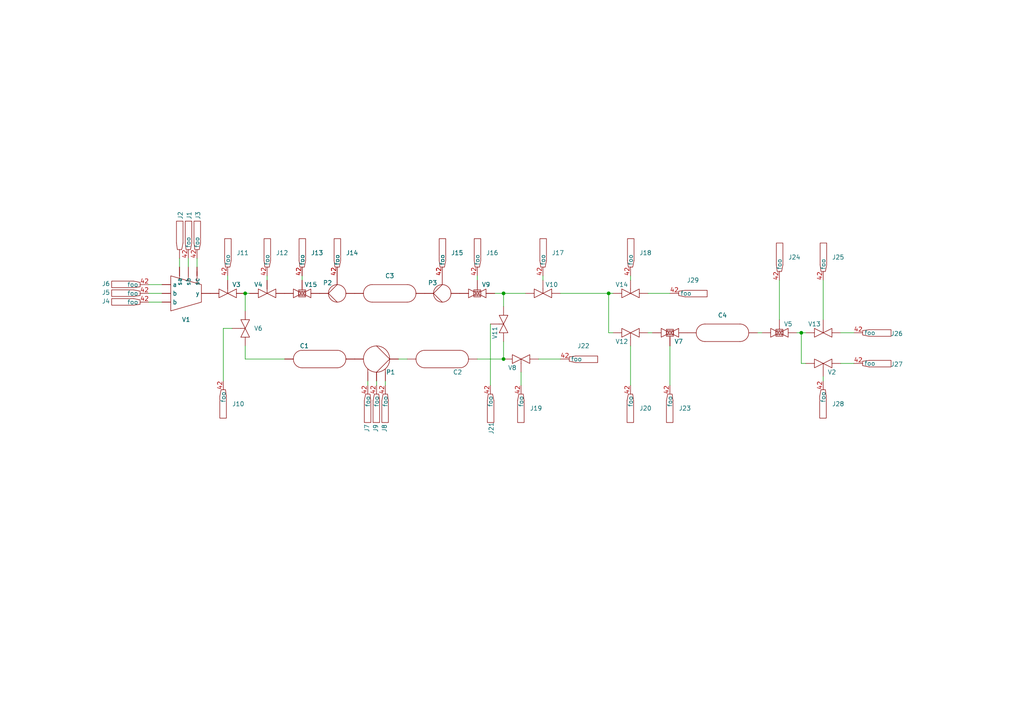
<source format=kicad_sch>
(kicad_sch (version 20231120) (generator "eeschema") (generator_version "8.0")
  (paper "A4")
  (lib_symbols
    (symbol "mfda:chamber"
      (property "Reference" "C" (at -4.445 3.81 0))
      (symbol "chamber_1_1"
        (arc (start -7.62 0) (mid -6.8756 -1.7956) (end -5.08 -2.54))
        (arc (start -5.08 2.54) (mid -6.8749 1.7949) (end -7.62 0))
        (polyline (pts (xy -5.08 -2.54) (xy 5.08 -2.54)))
        (polyline (pts (xy 5.08 2.54) (xy -5.08 2.54)))
        (arc (start 5.08 -2.54) (mid 6.8754 -1.7954) (end 7.62 0))
        (arc (start 7.62 0) (mid 6.8754 1.7954) (end 5.08 2.54))
        (pin input line (at -10.16 0 0) (length 2.54) (name "") (number ""))
        (pin output line (at 10.16 0 180) (length 2.54) (name "") (number ""))
      )
    )
    (symbol "mfda:mux_3"
      (property "Reference" "V" (at 3.81 5.08 0))
      (symbol "mux_3_0_1"
        (polyline (pts (xy -2.54 5.08) (xy -2.54 4.445)))
        (polyline (pts (xy 0 5.08) (xy 0 3.683)))
        (polyline (pts (xy 2.54 4.318) (xy 2.54 2.921)))
        (polyline (pts (xy 2.54 6.35) (xy 2.54 4.318)))
        (polyline (pts (xy -5.08 -5.08) (xy 3.81 -2.54) (xy 3.81 2.54) (xy -5.08 5.08) (xy -5.08 -5.08)))
      )
      (symbol "mux_3_1_1"
        (pin input line (at -7.62 2.54 0) (length 2.54) (name "a") (number ""))
        (pin input line (at -7.62 -2.54 0) (length 2.54) (name "b") (number ""))
        (pin input line (at -7.62 0 0) (length 2.54) (name "b") (number ""))
        (pin input line (at -2.54 7.62 270) (length 2.54) (name "sa") (number ""))
        (pin input line (at 0 7.62 270) (length 2.54) (name "sb") (number ""))
        (pin input line (at 2.54 7.62 270) (length 2.54) (name "sc") (number ""))
        (pin output line (at 6.35 0 180) (length 2.54) (name "y") (number ""))
      )
    )
    (symbol "mfda:pump_1"
      (property "Reference" "P" (at 2.794 3.048 0))
      (symbol "pump_1_0_1"
        (polyline (pts (xy -2.54 3.81) (xy -2.54 3.81)))
        (polyline (pts (xy -2.54 3.81) (xy -2.54 3.81)))
        (polyline (pts (xy 0 2.54) (xy 2.54 0)))
        (polyline (pts (xy 2.54 0) (xy 0 -2.54)))
        (circle (center 0 0) (radius 2.54))
      )
      (symbol "pump_1_1_1"
        (pin input line (at -5.08 0 0) (length 2.54) (name "") (number ""))
        (pin input line (at 0 5.08 270) (length 2.54) (name "") (number ""))
        (pin output line (at 5.08 0 180) (length 2.54) (name "") (number ""))
      )
    )
    (symbol "mfda:pump_3"
      (property "Reference" "P" (at 4.064 3.81 0))
      (symbol "pump_3_0_1"
        (polyline (pts (xy -2.54 3.81) (xy -2.54 2.921)))
        (polyline (pts (xy -2.54 3.81) (xy -2.54 3.81)))
        (polyline (pts (xy -2.54 3.81) (xy -2.54 3.81)))
        (polyline (pts (xy 0 3.81) (xy 3.81 0)))
        (polyline (pts (xy 2.54 3.81) (xy 2.54 2.921)))
        (polyline (pts (xy 2.54 3.81) (xy 2.54 3.81)))
        (polyline (pts (xy 3.81 0) (xy 0 -3.81)))
        (circle (center 0 0) (radius 3.81))
      )
      (symbol "pump_3_1_1"
        (pin input line (at -6.35 0 0) (length 2.54) (name "") (number ""))
        (pin input line (at -2.54 6.35 270) (length 2.54) (name "") (number ""))
        (pin input line (at 0 6.35 270) (length 2.54) (name "") (number ""))
        (pin input line (at 2.54 6.35 270) (length 2.54) (name "") (number ""))
        (pin output line (at 6.35 0 180) (length 2.54) (name "") (number ""))
      )
    )
    (symbol "mfda:tube_connector"
      (property "Reference" "J" (at -9.906 0.254 0))
      (symbol "tube_connector_0_1"
        (polyline (pts (xy -1.905 1.016) (xy -8.255 1.016) (xy -8.255 -0.889) (xy -1.905 -0.889)))
        (polyline (pts (xy -1.905 1.016) (xy 0 0.635) (xy 0 -0.635) (xy -1.905 -0.889)))
      )
      (symbol "tube_connector_1_1"
        (pin passive line (at 2.54 0 180) (length 2.54) (name "foo") (number "42"))
      )
    )
    (symbol "mfda:valve"
      (property "Reference" "V" (at -2.54 2.54 0))
      (symbol "valve_0_1"
        (polyline (pts (xy 0 1.27) (xy 0 0)))
        (polyline (pts (xy -2.54 1.27) (xy 2.54 -1.27) (xy 2.54 1.27) (xy -2.54 -1.27) (xy -2.54 1.27)))
      )
      (symbol "valve_1_1"
        (pin bidirectional line (at -5.08 0 0) (length 2.54) (name "") (number ""))
        (pin input line (at 0 3.81 270) (length 2.54) (name "") (number ""))
        (pin bidirectional line (at 5.08 0 180) (length 2.54) (name "") (number ""))
      )
    )
    (symbol "mfda:valve_sieve"
      (property "Reference" "V" (at -2.54 2.54 0))
      (symbol "valve_sieve_0_1"
        (rectangle (start -1.016 1.016) (end 1.016 -1.016))
        (circle (center -0.635 -0.508) (radius 0.1796))
        (circle (center -0.635 0.508) (radius 0.1796))
        (circle (center -0.381 0) (radius 0.1796))
        (circle (center 0 -0.508) (radius 0.1796))
        (polyline (pts (xy 0 1.27) (xy 0 1.016)))
        (polyline (pts (xy -2.54 -1.27) (xy -1.016 -0.508) (xy -1.016 0.508) (xy -2.54 1.27) (xy -2.54 -1.27)))
        (polyline (pts (xy 2.54 -1.27) (xy 1.016 -0.508) (xy 1.016 0.508) (xy 2.54 1.27) (xy 2.54 -1.27)))
        (circle (center 0 0.508) (radius 0.1796))
        (circle (center 0.381 0) (radius 0.1796))
        (circle (center 0.635 -0.508) (radius 0.1796))
        (circle (center 0.635 0.508) (radius 0.1796))
      )
      (symbol "valve_sieve_1_1"
        (pin input line (at -5.08 0 0) (length 2.54) (name "") (number ""))
        (pin input line (at 0 3.81 270) (length 2.54) (name "") (number ""))
        (pin output line (at 5.08 0 180) (length 2.54) (name "") (number ""))
      )
    )
    (symbol "tube_connector_1" (pin_numbers hide) (pin_names hide)
      (property "Reference" "J" (at -9.906 0.254 0))
      (symbol "tube_connector_1_0_1"
        (polyline (pts (xy -1.905 1.016) (xy -8.255 1.016) (xy -8.255 -0.889) (xy -1.905 -0.889)))
        (polyline (pts (xy -1.905 1.016) (xy 0 0.635) (xy 0 -0.635) (xy -1.905 -0.889)))
      )
      (symbol "tube_connector_1_1_1"
        (pin passive line (at 2.54 0 180) (length 2.54) (name "foo") (number "42"))
      )
    )
  )
  (junction (at 176.53 85.09))
  (junction (at 232.41 96.52))
  (junction (at 146.05 104.14))
  (junction (at 71.12 85.09))
  (junction (at 146.05 85.09))
  (wire (pts (xy 233.68 105.41) (xy 232.41 105.41)))
  (wire (pts (xy 232.41 96.52) (xy 232.41 105.41)))
  (wire (pts (xy 106.68 111.76) (xy 106.68 110.49)))
  (wire (pts (xy 138.43 104.14) (xy 146.05 104.14)))
  (wire (pts (xy 187.96 96.52) (xy 189.23 96.52)))
  (wire (pts (xy 219.71 96.52) (xy 220.98 96.52)))
  (wire (pts (xy 182.88 100.33) (xy 182.88 111.76)))
  (wire (pts (xy 143.51 85.09) (xy 146.05 85.09)))
  (wire (pts (xy 226.06 81.28) (xy 226.06 92.71)))
  (wire (pts (xy 138.43 80.01) (xy 138.43 81.28)))
  (wire (pts (xy 52.07 77.47) (xy 52.07 74.93)))
  (wire (pts (xy 43.18 85.09) (xy 46.99 85.09)))
  (wire (pts (xy 77.47 80.01) (xy 77.47 81.28)))
  (wire (pts (xy 182.88 80.01) (xy 182.88 81.28)))
  (wire (pts (xy 146.05 85.09) (xy 152.4 85.09)))
  (wire (pts (xy 43.18 82.55) (xy 46.99 82.55)))
  (wire (pts (xy 243.84 105.41) (xy 247.65 105.41)))
  (wire (pts (xy 71.12 85.09) (xy 72.39 85.09)))
  (wire (pts (xy 71.12 100.33) (xy 71.12 104.14)))
  (wire (pts (xy 238.76 81.28) (xy 238.76 92.71)))
  (wire (pts (xy 176.53 96.52) (xy 176.53 85.09)))
  (wire (pts (xy 194.31 100.33) (xy 194.31 111.76)))
  (wire (pts (xy 146.05 85.09) (xy 146.05 88.9)))
  (wire (pts (xy 109.22 111.76) (xy 109.22 110.49)))
  (wire (pts (xy 231.14 96.52) (xy 232.41 96.52)))
  (wire (pts (xy 71.12 85.09) (xy 71.12 90.17)))
  (wire (pts (xy 187.96 85.09) (xy 194.31 85.09)))
  (wire (pts (xy 176.53 85.09) (xy 177.8 85.09)))
  (wire (pts (xy 232.41 96.52) (xy 233.68 96.52)))
  (wire (pts (xy 157.48 80.01) (xy 157.48 81.28)))
  (wire (pts (xy 71.12 104.14) (xy 82.55 104.14)))
  (wire (pts (xy 57.15 77.47) (xy 57.15 74.93)))
  (wire (pts (xy 162.56 85.09) (xy 176.53 85.09)))
  (wire (pts (xy 111.76 110.49) (xy 111.76 111.76)))
  (wire (pts (xy 54.61 77.47) (xy 54.61 74.93)))
  (wire (pts (xy 43.18 87.63) (xy 46.99 87.63)))
  (wire (pts (xy 156.21 104.14) (xy 162.56 104.14)))
  (wire (pts (xy 238.76 109.22) (xy 238.76 110.49)))
  (wire (pts (xy 115.57 104.14) (xy 118.11 104.14)))
  (wire (pts (xy 142.24 93.98) (xy 142.24 111.76)))
  (wire (pts (xy 177.8 96.52) (xy 176.53 96.52)))
  (wire (pts (xy 67.31 95.25) (xy 64.77 95.25)))
  (wire (pts (xy 151.13 107.95) (xy 151.13 111.76)))
  (wire (pts (xy 243.84 96.52) (xy 247.65 96.52)))
  (wire (pts (xy 146.05 99.06) (xy 146.05 104.14)))
  (wire (pts (xy 64.77 95.25) (xy 64.77 110.49)))
  (wire (pts (xy 66.04 80.01) (xy 66.04 81.28)))
  (wire (pts (xy 87.63 80.01) (xy 87.63 81.28)))
  (symbol (lib_name "mfda:valve") (lib_id "mfda:valve") (at 182.88 96.52 0) (mirror x) (unit 1)
    (property "Reference" "V12" (at 180.34 99.06 0))
  )
  (symbol (lib_id "mfda:tube_connector") (at 64.77 113.03 90) (unit 1)
    (property "Reference" "J10" (at 67.31 117.1574 90) (effects (justify right)))
  )
  (symbol (lib_id "mfda:tube_connector") (at 238.76 78.74 270) (unit 1)
    (property "Reference" "J25" (at 241.3 74.6124 90) (effects (justify left)))
  )
  (symbol (lib_id "mfda:tube_connector") (at 157.48 77.47 270) (unit 1)
    (property "Reference" "J17" (at 160.02 73.3424 90) (effects (justify left)))
  )
  (symbol (lib_name "mfda:valve") (lib_id "mfda:valve") (at 157.48 85.09 0) (mirror y) (unit 1)
    (property "Reference" "V10" (at 160.02 82.55 0))
  )
  (symbol (lib_name "mfda:valve") (lib_id "mfda:valve") (at 182.88 85.09 0) (unit 1)
    (property "Reference" "V14" (at 180.34 82.55 0))
  )
  (symbol (lib_id "mfda:tube_connector") (at 151.13 114.3 90) (unit 1)
    (property "Reference" "J19" (at 153.67 118.4274 90) (effects (justify right)))
  )
  (symbol (lib_id "mfda:tube_connector") (at 250.19 105.41 180) (unit 1)
    (property "Reference" "J27" (at 260.096 105.664 0))
  )
  (symbol (lib_name "mfda:valve") (lib_id "mfda:valve") (at 238.76 96.52 0) (unit 1)
    (property "Reference" "V13" (at 236.22 93.98 0))
  )
  (symbol (lib_id "mfda:tube_connector") (at 77.47 77.47 270) (unit 1)
    (property "Reference" "J12" (at 80.01 73.3424 90) (effects (justify left)))
  )
  (symbol (lib_id "mfda:tube_connector") (at 194.31 114.3 90) (unit 1)
    (property "Reference" "J23" (at 196.85 118.4274 90) (effects (justify right)))
  )
  (symbol (lib_id "mfda:tube_connector") (at 182.88 114.3 90) (unit 1)
    (property "Reference" "J20" (at 185.42 118.4274 90) (effects (justify right)))
  )
  (symbol (lib_name "mfda:chamber") (lib_id "mfda:chamber") (at 92.71 104.14 0) (unit 1)
    (property "Reference" "C1" (at 88.265 100.33 0))
  )
  (symbol (lib_name "mfda:valve") (lib_id "mfda:valve") (at 71.12 95.25 90) (unit 1)
    (property "Reference" "V6" (at 73.66 95.2499 90) (effects (justify right)))
  )
  (symbol (lib_id "mfda:tube_connector") (at 106.68 114.3 90) (unit 1)
    (property "Reference" "J7" (at 106.426 124.206 0))
  )
  (symbol (lib_id "mfda:tube_connector") (at 109.22 114.3 90) (unit 1)
    (property "Reference" "J9" (at 108.966 124.206 0))
  )
  (symbol (lib_id "mfda:tube_connector") (at 128.27 77.47 270) (unit 1)
    (property "Reference" "J15" (at 130.81 73.3424 90) (effects (justify left)))
  )
  (symbol (lib_name "mfda:valve") (lib_id "mfda:valve") (at 146.05 93.98 90) (unit 1)
    (property "Reference" "V11" (at 143.51 96.52 0))
  )
  (symbol (lib_id "mfda:tube_connector") (at 250.19 96.52 180) (unit 1)
    (property "Reference" "J26" (at 260.096 96.774 0))
  )
  (symbol (lib_id "mfda:tube_connector") (at 40.64 85.09 0) (unit 1)
    (property "Reference" "J5" (at 30.734 84.836 0))
  )
  (symbol (lib_name "mfda:valve") (lib_id "mfda:valve") (at 77.47 85.09 0) (unit 1)
    (property "Reference" "V4" (at 74.93 82.55 0))
  )
  (symbol (lib_id "mfda:tube_connector") (at 40.64 87.63 0) (unit 1)
    (property "Reference" "J4" (at 30.734 87.376 0))
  )
  (symbol (lib_id "mfda:tube_connector") (at 87.63 77.47 270) (unit 1)
    (property "Reference" "J13" (at 90.17 73.3424 90) (effects (justify left)))
  )
  (symbol (lib_id "mfda:tube_connector") (at 165.1 104.14 180) (unit 1)
    (property "Reference" "J22" (at 169.2275 100.33 0))
  )
  (symbol (lib_name "mfda:pump_1") (lib_id "mfda:pump_1") (at 128.27 85.09 0) (mirror y) (unit 1)
    (property "Reference" "P3" (at 125.476 82.042 0))
  )
  (symbol (lib_id "mfda:tube_connector") (at 111.76 114.3 90) (unit 1)
    (property "Reference" "J8" (at 111.506 124.206 0))
  )
  (symbol (lib_id "mfda:tube_connector") (at 97.79 77.47 270) (unit 1)
    (property "Reference" "J14" (at 100.33 73.3424 90) (effects (justify left)))
  )
  (symbol (lib_name "tube_connector_1") (lib_id "mfda:tube_connector") (at 52.07 72.39 270) (unit 1)
    (property "Reference" "J2" (at 52.324 62.484 0))
  )
  (symbol (lib_id "mfda:tube_connector") (at 66.04 77.47 270) (unit 1)
    (property "Reference" "J11" (at 68.58 73.3424 90) (effects (justify left)))
  )
  (symbol (lib_name "mfda:valve_sieve") (lib_id "mfda:valve_sieve") (at 138.43 85.09 0) (mirror y) (unit 1)
    (property "Reference" "V9" (at 140.97 82.55 0))
  )
  (symbol (lib_id "mfda:tube_connector") (at 138.43 77.47 270) (unit 1)
    (property "Reference" "J16" (at 140.97 73.3424 90) (effects (justify left)))
  )
  (symbol (lib_id "mfda:tube_connector") (at 40.64 82.55 0) (unit 1)
    (property "Reference" "J6" (at 30.734 82.296 0))
  )
  (symbol (lib_id "mfda:tube_connector") (at 54.61 72.39 270) (unit 1)
    (property "Reference" "J1" (at 54.864 62.484 0))
  )
  (symbol (lib_id "mfda:tube_connector") (at 182.88 77.47 270) (unit 1)
    (property "Reference" "J18" (at 185.42 73.3424 90) (effects (justify left)))
  )
  (symbol (lib_name "mfda:valve_sieve") (lib_id "mfda:valve_sieve") (at 87.63 85.09 0) (mirror y) (unit 1)
    (property "Reference" "V15" (at 90.17 82.55 0))
  )
  (symbol (lib_name "mfda:chamber") (lib_id "mfda:chamber") (at 113.03 85.09 180) (unit 1)
    (property "Reference" "C3" (at 113.03 80.01 0))
  )
  (symbol (lib_id "mfda:pump_3") (at 109.22 104.14 0) (mirror x) (unit 1)
    (property "Reference" "P1" (at 113.284 107.95 0))
  )
  (symbol (lib_id "mfda:tube_connector") (at 226.06 78.74 270) (unit 1)
    (property "Reference" "J24" (at 228.6 74.6124 90) (effects (justify left)))
  )
  (symbol (lib_name "mfda:pump_1") (lib_id "mfda:pump_1") (at 97.79 85.09 0) (mirror y) (unit 1)
    (property "Reference" "P2" (at 94.996 82.042 0))
  )
  (symbol (lib_id "mfda:tube_connector") (at 142.24 114.3 270) (mirror x) (unit 1)
    (property "Reference" "J21" (at 142.494 124.206 0))
  )
  (symbol (lib_id "mfda:mux_3") (at 54.61 85.09 0) (unit 1)
    (property "Reference" "V1" (at 53.975 92.71 0))
  )
  (symbol (lib_name "mfda:valve") (lib_id "mfda:valve") (at 151.13 104.14 0) (mirror x) (unit 1)
    (property "Reference" "V8" (at 148.59 106.68 0))
  )
  (symbol (lib_name "mfda:chamber") (lib_id "mfda:chamber") (at 209.55 96.52 0) (unit 1)
    (property "Reference" "C4" (at 209.55 91.44 0))
  )
  (symbol (lib_name "mfda:valve") (lib_id "mfda:valve") (at 238.76 105.41 180) (unit 1)
    (property "Reference" "V2" (at 241.3 107.95 0))
  )
  (symbol (lib_id "mfda:tube_connector") (at 238.76 113.03 90) (unit 1)
    (property "Reference" "J28" (at 241.3 117.1574 90) (effects (justify right)))
  )
  (symbol (lib_name "mfda:valve") (lib_id "mfda:valve") (at 66.04 85.09 0) (mirror y) (unit 1)
    (property "Reference" "V3" (at 68.58 82.55 0))
  )
  (symbol (lib_name "mfda:chamber") (lib_id "mfda:chamber") (at 128.27 104.14 180) (unit 1)
    (property "Reference" "C2" (at 132.715 107.95 0))
  )
  (symbol (lib_id "mfda:tube_connector") (at 57.15 72.39 270) (unit 1)
    (property "Reference" "J3" (at 57.404 62.484 0))
  )
  (symbol (lib_name "mfda:valve_sieve") (lib_id "mfda:valve_sieve") (at 194.31 96.52 180) (unit 1)
    (property "Reference" "V7" (at 196.85 99.06 0))
  )
  (symbol (lib_id "mfda:tube_connector") (at 196.85 85.09 180) (unit 1)
    (property "Reference" "J29" (at 200.9775 81.28 0))
  )
  (symbol (lib_name "mfda:valve_sieve") (lib_id "mfda:valve_sieve") (at 226.06 96.52 0) (mirror y) (unit 1)
    (property "Reference" "V5" (at 228.6 93.98 0))
  )
)
</source>
